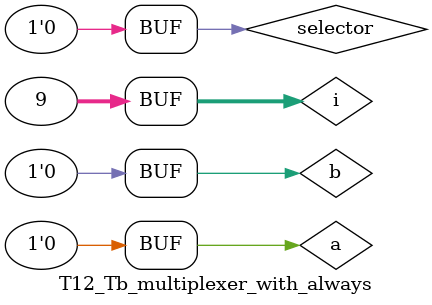
<source format=v>
module T12_multiplexer_with_always (
    input a, b, selector,
    output reg c);

    always @(a or b or selector) begin
        c = selector ? a : b;
    end
endmodule

module T12_Tb_multiplexer_with_always;

    reg a, b, selector;
    wire c;
    integer i;

    T12_multiplexer_with_always Tb (.a(a), .b(b), .selector(selector), .c(c));

    initial begin

        {a, b, selector} <= 0;

        $monitor("a :%0b b :%0b selector :%0b c :%0b", a, b, selector, c);

        for (i = 0; i <= 8; i = i + 1) begin
            {a, b, selector} = i;
            #10;            
        end
    end    
endmodule
</source>
